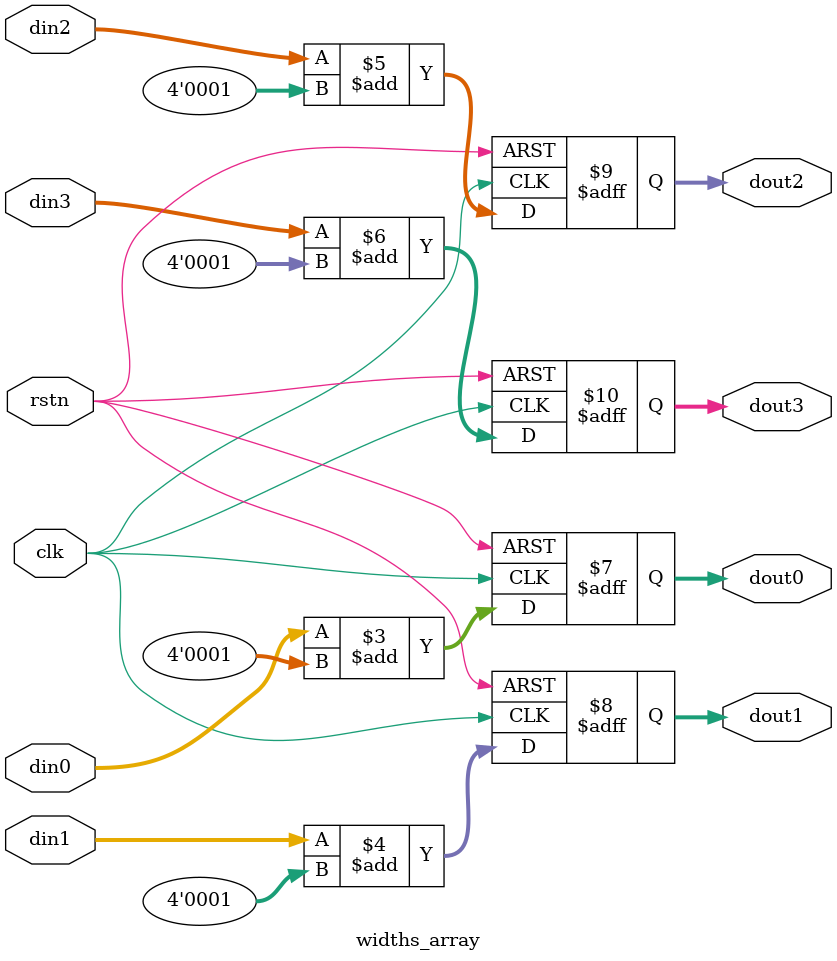
<source format=sv>


module widths_array (
    input  wire        clk,
    input  wire        rstn,
    input  wire [3:0]  din0,
    input  wire [3:0]  din1,
    input  wire [3:0]  din2,
    input  wire [3:0]  din3,
    output reg  [3:0]  dout0,
    output reg  [3:0]  dout1,
    output reg  [3:0]  dout2,
    output reg  [3:0]  dout3
);
    always @(posedge clk or negedge rstn) begin
        if (!rstn) begin
            dout0 <= 4'd0;
            dout1 <= 4'd0;
            dout2 <= 4'd0;
            dout3 <= 4'd0;
        end else begin
            dout0 <= din0 + 4'd1;
            dout1 <= din1 + 4'd1;
            dout2 <= din2 + 4'd1;
            dout3 <= din3 + 4'd1;
        end
    end
endmodule

</source>
